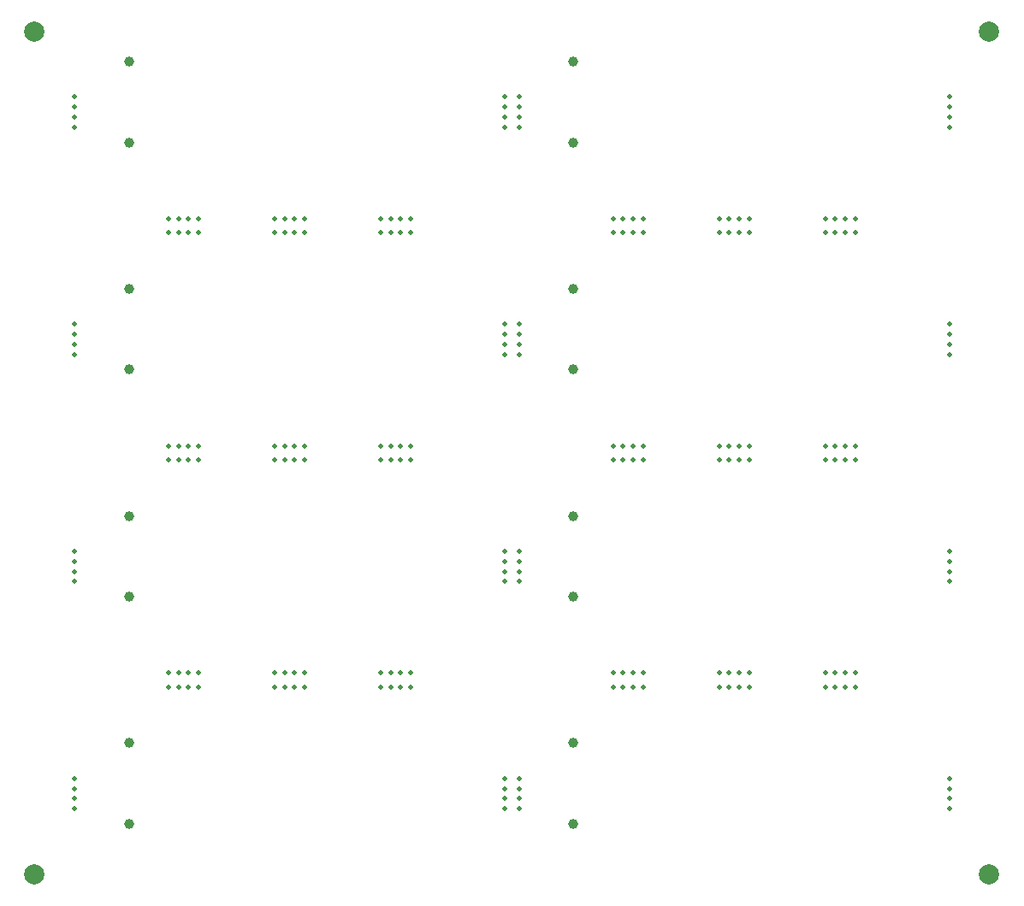
<source format=gbr>
%TF.GenerationSoftware,KiCad,Pcbnew,8.0.0*%
%TF.CreationDate,2024-05-28T16:04:05+09:00*%
%TF.ProjectId,Panel,50616e65-6c2e-46b6-9963-61645f706362,rev?*%
%TF.SameCoordinates,Original*%
%TF.FileFunction,NonPlated,1,2,NPTH,Drill*%
%TF.FilePolarity,Positive*%
%FSLAX46Y46*%
G04 Gerber Fmt 4.6, Leading zero omitted, Abs format (unit mm)*
G04 Created by KiCad (PCBNEW 8.0.0) date 2024-05-28 16:04:05*
%MOMM*%
%LPD*%
G01*
G04 APERTURE LIST*
%TA.AperFunction,ComponentDrill*%
%ADD10C,0.500000*%
%TD*%
%TA.AperFunction,ComponentDrill*%
%ADD11C,1.000000*%
%TD*%
%TA.AperFunction,ComponentDrill*%
%ADD12C,2.000000*%
%TD*%
G04 APERTURE END LIST*
D10*
%TO.C,KiKit_MB_1_4*%
X105200000Y-28750000D03*
%TO.C,KiKit_MB_1_3*%
X105200000Y-29750000D03*
%TO.C,KiKit_MB_1_2*%
X105200000Y-30750000D03*
%TO.C,KiKit_MB_1_1*%
X105200000Y-31750000D03*
%TO.C,KiKit_MB_11_4*%
X105200000Y-51250000D03*
%TO.C,KiKit_MB_11_3*%
X105200000Y-52250000D03*
%TO.C,KiKit_MB_11_2*%
X105200000Y-53250000D03*
%TO.C,KiKit_MB_11_1*%
X105200000Y-54250000D03*
%TO.C,KiKit_MB_27_4*%
X105200000Y-73750000D03*
%TO.C,KiKit_MB_27_3*%
X105200000Y-74750000D03*
%TO.C,KiKit_MB_27_2*%
X105200000Y-75750000D03*
%TO.C,KiKit_MB_27_1*%
X105200000Y-76750000D03*
%TO.C,KiKit_MB_43_4*%
X105200000Y-96250000D03*
%TO.C,KiKit_MB_43_3*%
X105200000Y-97250000D03*
%TO.C,KiKit_MB_43_2*%
X105200000Y-98250000D03*
%TO.C,KiKit_MB_43_1*%
X105200000Y-99250000D03*
%TO.C,KiKit_MB_3_4*%
X114500000Y-40800000D03*
%TO.C,KiKit_MB_13_1*%
X114500000Y-42200000D03*
%TO.C,KiKit_MB_16_4*%
X114500000Y-63300000D03*
%TO.C,KiKit_MB_29_1*%
X114500000Y-64700000D03*
%TO.C,KiKit_MB_32_4*%
X114500000Y-85800000D03*
%TO.C,KiKit_MB_45_1*%
X114500000Y-87200000D03*
%TO.C,KiKit_MB_3_3*%
X115500000Y-40800000D03*
%TO.C,KiKit_MB_13_2*%
X115500000Y-42200000D03*
%TO.C,KiKit_MB_16_3*%
X115500000Y-63300000D03*
%TO.C,KiKit_MB_29_2*%
X115500000Y-64700000D03*
%TO.C,KiKit_MB_32_3*%
X115500000Y-85800000D03*
%TO.C,KiKit_MB_45_2*%
X115500000Y-87200000D03*
%TO.C,KiKit_MB_3_2*%
X116500000Y-40800000D03*
%TO.C,KiKit_MB_13_3*%
X116500000Y-42200000D03*
%TO.C,KiKit_MB_16_2*%
X116500000Y-63300000D03*
%TO.C,KiKit_MB_29_3*%
X116500000Y-64700000D03*
%TO.C,KiKit_MB_32_2*%
X116500000Y-85800000D03*
%TO.C,KiKit_MB_45_3*%
X116500000Y-87200000D03*
%TO.C,KiKit_MB_3_1*%
X117500000Y-40800000D03*
%TO.C,KiKit_MB_13_4*%
X117500000Y-42200000D03*
%TO.C,KiKit_MB_16_1*%
X117500000Y-63300000D03*
%TO.C,KiKit_MB_29_4*%
X117500000Y-64700000D03*
%TO.C,KiKit_MB_32_1*%
X117500000Y-85800000D03*
%TO.C,KiKit_MB_45_4*%
X117500000Y-87200000D03*
%TO.C,KiKit_MB_4_4*%
X125000000Y-40800000D03*
%TO.C,KiKit_MB_14_1*%
X125000000Y-42200000D03*
%TO.C,KiKit_MB_17_4*%
X125000000Y-63300000D03*
%TO.C,KiKit_MB_30_1*%
X125000000Y-64700000D03*
%TO.C,KiKit_MB_33_4*%
X125000000Y-85800000D03*
%TO.C,KiKit_MB_46_1*%
X125000000Y-87200000D03*
%TO.C,KiKit_MB_4_3*%
X126000000Y-40800000D03*
%TO.C,KiKit_MB_14_2*%
X126000000Y-42200000D03*
%TO.C,KiKit_MB_17_3*%
X126000000Y-63300000D03*
%TO.C,KiKit_MB_30_2*%
X126000000Y-64700000D03*
%TO.C,KiKit_MB_33_3*%
X126000000Y-85800000D03*
%TO.C,KiKit_MB_46_2*%
X126000000Y-87200000D03*
%TO.C,KiKit_MB_4_2*%
X127000000Y-40800000D03*
%TO.C,KiKit_MB_14_3*%
X127000000Y-42200000D03*
%TO.C,KiKit_MB_17_2*%
X127000000Y-63300000D03*
%TO.C,KiKit_MB_30_3*%
X127000000Y-64700000D03*
%TO.C,KiKit_MB_33_2*%
X127000000Y-85800000D03*
%TO.C,KiKit_MB_46_3*%
X127000000Y-87200000D03*
%TO.C,KiKit_MB_4_1*%
X128000000Y-40800000D03*
%TO.C,KiKit_MB_14_4*%
X128000000Y-42200000D03*
%TO.C,KiKit_MB_17_1*%
X128000000Y-63300000D03*
%TO.C,KiKit_MB_30_4*%
X128000000Y-64700000D03*
%TO.C,KiKit_MB_33_1*%
X128000000Y-85800000D03*
%TO.C,KiKit_MB_46_4*%
X128000000Y-87200000D03*
%TO.C,KiKit_MB_5_4*%
X135500000Y-40800000D03*
%TO.C,KiKit_MB_15_1*%
X135500000Y-42200000D03*
%TO.C,KiKit_MB_18_4*%
X135500000Y-63300000D03*
%TO.C,KiKit_MB_31_1*%
X135500000Y-64700000D03*
%TO.C,KiKit_MB_34_4*%
X135500000Y-85800000D03*
%TO.C,KiKit_MB_47_1*%
X135500000Y-87200000D03*
%TO.C,KiKit_MB_5_3*%
X136500000Y-40800000D03*
%TO.C,KiKit_MB_15_2*%
X136500000Y-42200000D03*
%TO.C,KiKit_MB_18_3*%
X136500000Y-63300000D03*
%TO.C,KiKit_MB_31_2*%
X136500000Y-64700000D03*
%TO.C,KiKit_MB_34_3*%
X136500000Y-85800000D03*
%TO.C,KiKit_MB_47_2*%
X136500000Y-87200000D03*
%TO.C,KiKit_MB_5_2*%
X137500000Y-40800000D03*
%TO.C,KiKit_MB_15_3*%
X137500000Y-42200000D03*
%TO.C,KiKit_MB_18_2*%
X137500000Y-63300000D03*
%TO.C,KiKit_MB_31_3*%
X137500000Y-64700000D03*
%TO.C,KiKit_MB_34_2*%
X137500000Y-85800000D03*
%TO.C,KiKit_MB_47_3*%
X137500000Y-87200000D03*
%TO.C,KiKit_MB_5_1*%
X138500000Y-40800000D03*
%TO.C,KiKit_MB_15_4*%
X138500000Y-42200000D03*
%TO.C,KiKit_MB_18_1*%
X138500000Y-63300000D03*
%TO.C,KiKit_MB_31_4*%
X138500000Y-64700000D03*
%TO.C,KiKit_MB_34_1*%
X138500000Y-85800000D03*
%TO.C,KiKit_MB_47_4*%
X138500000Y-87200000D03*
%TO.C,KiKit_MB_2_1*%
X147800000Y-28750000D03*
%TO.C,KiKit_MB_2_2*%
X147800000Y-29750000D03*
%TO.C,KiKit_MB_2_3*%
X147800000Y-30750000D03*
%TO.C,KiKit_MB_2_4*%
X147800000Y-31750000D03*
%TO.C,KiKit_MB_12_1*%
X147800000Y-51250000D03*
%TO.C,KiKit_MB_12_2*%
X147800000Y-52250000D03*
%TO.C,KiKit_MB_12_3*%
X147800000Y-53250000D03*
%TO.C,KiKit_MB_12_4*%
X147800000Y-54250000D03*
%TO.C,KiKit_MB_28_1*%
X147800000Y-73750000D03*
%TO.C,KiKit_MB_28_2*%
X147800000Y-74750000D03*
%TO.C,KiKit_MB_28_3*%
X147800000Y-75750000D03*
%TO.C,KiKit_MB_28_4*%
X147800000Y-76750000D03*
%TO.C,KiKit_MB_44_1*%
X147800000Y-96250000D03*
%TO.C,KiKit_MB_44_2*%
X147800000Y-97250000D03*
%TO.C,KiKit_MB_44_3*%
X147800000Y-98250000D03*
%TO.C,KiKit_MB_44_4*%
X147800000Y-99250000D03*
%TO.C,KiKit_MB_6_4*%
X149200000Y-28750000D03*
%TO.C,KiKit_MB_6_3*%
X149200000Y-29750000D03*
%TO.C,KiKit_MB_6_2*%
X149200000Y-30750000D03*
%TO.C,KiKit_MB_6_1*%
X149200000Y-31750000D03*
%TO.C,KiKit_MB_19_4*%
X149200000Y-51250000D03*
%TO.C,KiKit_MB_19_3*%
X149200000Y-52250000D03*
%TO.C,KiKit_MB_19_2*%
X149200000Y-53250000D03*
%TO.C,KiKit_MB_19_1*%
X149200000Y-54250000D03*
%TO.C,KiKit_MB_35_4*%
X149200000Y-73750000D03*
%TO.C,KiKit_MB_35_3*%
X149200000Y-74750000D03*
%TO.C,KiKit_MB_35_2*%
X149200000Y-75750000D03*
%TO.C,KiKit_MB_35_1*%
X149200000Y-76750000D03*
%TO.C,KiKit_MB_48_4*%
X149200000Y-96250000D03*
%TO.C,KiKit_MB_48_3*%
X149200000Y-97250000D03*
%TO.C,KiKit_MB_48_2*%
X149200000Y-98250000D03*
%TO.C,KiKit_MB_48_1*%
X149200000Y-99250000D03*
%TO.C,KiKit_MB_8_4*%
X158500000Y-40800000D03*
%TO.C,KiKit_MB_21_1*%
X158500000Y-42200000D03*
%TO.C,KiKit_MB_24_4*%
X158500000Y-63300000D03*
%TO.C,KiKit_MB_37_1*%
X158500000Y-64700000D03*
%TO.C,KiKit_MB_40_4*%
X158500000Y-85800000D03*
%TO.C,KiKit_MB_50_1*%
X158500000Y-87200000D03*
%TO.C,KiKit_MB_8_3*%
X159500000Y-40800000D03*
%TO.C,KiKit_MB_21_2*%
X159500000Y-42200000D03*
%TO.C,KiKit_MB_24_3*%
X159500000Y-63300000D03*
%TO.C,KiKit_MB_37_2*%
X159500000Y-64700000D03*
%TO.C,KiKit_MB_40_3*%
X159500000Y-85800000D03*
%TO.C,KiKit_MB_50_2*%
X159500000Y-87200000D03*
%TO.C,KiKit_MB_8_2*%
X160500000Y-40800000D03*
%TO.C,KiKit_MB_21_3*%
X160500000Y-42200000D03*
%TO.C,KiKit_MB_24_2*%
X160500000Y-63300000D03*
%TO.C,KiKit_MB_37_3*%
X160500000Y-64700000D03*
%TO.C,KiKit_MB_40_2*%
X160500000Y-85800000D03*
%TO.C,KiKit_MB_50_3*%
X160500000Y-87200000D03*
%TO.C,KiKit_MB_8_1*%
X161500000Y-40800000D03*
%TO.C,KiKit_MB_21_4*%
X161500000Y-42200000D03*
%TO.C,KiKit_MB_24_1*%
X161500000Y-63300000D03*
%TO.C,KiKit_MB_37_4*%
X161500000Y-64700000D03*
%TO.C,KiKit_MB_40_1*%
X161500000Y-85800000D03*
%TO.C,KiKit_MB_50_4*%
X161500000Y-87200000D03*
%TO.C,KiKit_MB_9_4*%
X169000000Y-40800000D03*
%TO.C,KiKit_MB_22_1*%
X169000000Y-42200000D03*
%TO.C,KiKit_MB_25_4*%
X169000000Y-63300000D03*
%TO.C,KiKit_MB_38_1*%
X169000000Y-64700000D03*
%TO.C,KiKit_MB_41_4*%
X169000000Y-85800000D03*
%TO.C,KiKit_MB_51_1*%
X169000000Y-87200000D03*
%TO.C,KiKit_MB_9_3*%
X170000000Y-40800000D03*
%TO.C,KiKit_MB_22_2*%
X170000000Y-42200000D03*
%TO.C,KiKit_MB_25_3*%
X170000000Y-63300000D03*
%TO.C,KiKit_MB_38_2*%
X170000000Y-64700000D03*
%TO.C,KiKit_MB_41_3*%
X170000000Y-85800000D03*
%TO.C,KiKit_MB_51_2*%
X170000000Y-87200000D03*
%TO.C,KiKit_MB_9_2*%
X171000000Y-40800000D03*
%TO.C,KiKit_MB_22_3*%
X171000000Y-42200000D03*
%TO.C,KiKit_MB_25_2*%
X171000000Y-63300000D03*
%TO.C,KiKit_MB_38_3*%
X171000000Y-64700000D03*
%TO.C,KiKit_MB_41_2*%
X171000000Y-85800000D03*
%TO.C,KiKit_MB_51_3*%
X171000000Y-87200000D03*
%TO.C,KiKit_MB_9_1*%
X172000000Y-40800000D03*
%TO.C,KiKit_MB_22_4*%
X172000000Y-42200000D03*
%TO.C,KiKit_MB_25_1*%
X172000000Y-63300000D03*
%TO.C,KiKit_MB_38_4*%
X172000000Y-64700000D03*
%TO.C,KiKit_MB_41_1*%
X172000000Y-85800000D03*
%TO.C,KiKit_MB_51_4*%
X172000000Y-87200000D03*
%TO.C,KiKit_MB_10_4*%
X179500000Y-40800000D03*
%TO.C,KiKit_MB_23_1*%
X179500000Y-42200000D03*
%TO.C,KiKit_MB_26_4*%
X179500000Y-63300000D03*
%TO.C,KiKit_MB_39_1*%
X179500000Y-64700000D03*
%TO.C,KiKit_MB_42_4*%
X179500000Y-85800000D03*
%TO.C,KiKit_MB_52_1*%
X179500000Y-87200000D03*
%TO.C,KiKit_MB_10_3*%
X180500000Y-40800000D03*
%TO.C,KiKit_MB_23_2*%
X180500000Y-42200000D03*
%TO.C,KiKit_MB_26_3*%
X180500000Y-63300000D03*
%TO.C,KiKit_MB_39_2*%
X180500000Y-64700000D03*
%TO.C,KiKit_MB_42_3*%
X180500000Y-85800000D03*
%TO.C,KiKit_MB_52_2*%
X180500000Y-87200000D03*
%TO.C,KiKit_MB_10_2*%
X181500000Y-40800000D03*
%TO.C,KiKit_MB_23_3*%
X181500000Y-42200000D03*
%TO.C,KiKit_MB_26_2*%
X181500000Y-63300000D03*
%TO.C,KiKit_MB_39_3*%
X181500000Y-64700000D03*
%TO.C,KiKit_MB_42_2*%
X181500000Y-85800000D03*
%TO.C,KiKit_MB_52_3*%
X181500000Y-87200000D03*
%TO.C,KiKit_MB_10_1*%
X182500000Y-40800000D03*
%TO.C,KiKit_MB_23_4*%
X182500000Y-42200000D03*
%TO.C,KiKit_MB_26_1*%
X182500000Y-63300000D03*
%TO.C,KiKit_MB_39_4*%
X182500000Y-64700000D03*
%TO.C,KiKit_MB_42_1*%
X182500000Y-85800000D03*
%TO.C,KiKit_MB_52_4*%
X182500000Y-87200000D03*
%TO.C,KiKit_MB_7_1*%
X191800000Y-28750000D03*
%TO.C,KiKit_MB_7_2*%
X191800000Y-29750000D03*
%TO.C,KiKit_MB_7_3*%
X191800000Y-30750000D03*
%TO.C,KiKit_MB_7_4*%
X191800000Y-31750000D03*
%TO.C,KiKit_MB_20_1*%
X191800000Y-51250000D03*
%TO.C,KiKit_MB_20_2*%
X191800000Y-52250000D03*
%TO.C,KiKit_MB_20_3*%
X191800000Y-53250000D03*
%TO.C,KiKit_MB_20_4*%
X191800000Y-54250000D03*
%TO.C,KiKit_MB_36_1*%
X191800000Y-73750000D03*
%TO.C,KiKit_MB_36_2*%
X191800000Y-74750000D03*
%TO.C,KiKit_MB_36_3*%
X191800000Y-75750000D03*
%TO.C,KiKit_MB_36_4*%
X191800000Y-76750000D03*
%TO.C,KiKit_MB_49_1*%
X191800000Y-96250000D03*
%TO.C,KiKit_MB_49_2*%
X191800000Y-97250000D03*
%TO.C,KiKit_MB_49_3*%
X191800000Y-98250000D03*
%TO.C,KiKit_MB_49_4*%
X191800000Y-99250000D03*
D11*
%TO.C,J3*%
X110600000Y-25250000D03*
X110600000Y-33250000D03*
X110600000Y-47750000D03*
X110600000Y-55750000D03*
X110600000Y-70250000D03*
X110600000Y-78250000D03*
X110600000Y-92750000D03*
X110600000Y-100750000D03*
X154600000Y-25250000D03*
X154600000Y-33250000D03*
X154600000Y-47750000D03*
X154600000Y-55750000D03*
X154600000Y-70250000D03*
X154600000Y-78250000D03*
X154600000Y-92750000D03*
X154600000Y-100750000D03*
D12*
%TO.C,KiKit_TO_1*%
X101249000Y-22250000D03*
%TO.C,KiKit_TO_3*%
X101249000Y-105750000D03*
%TO.C,KiKit_TO_2*%
X195751000Y-22250000D03*
%TO.C,KiKit_TO_4*%
X195751000Y-105750000D03*
M02*

</source>
